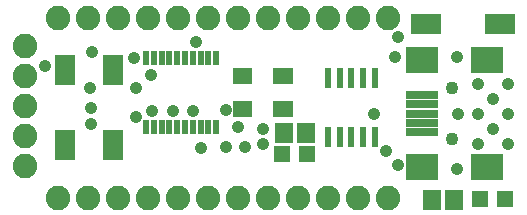
<source format=gbr>
G04 EAGLE Gerber RS-274X export*
G75*
%MOMM*%
%FSLAX34Y34*%
%LPD*%
%INSoldermask Top*%
%IPPOS*%
%AMOC8*
5,1,8,0,0,1.08239X$1,22.5*%
G01*
%ADD10R,1.803200X2.503200*%
%ADD11R,1.403200X1.403200*%
%ADD12R,1.503200X1.703200*%
%ADD13R,2.703200X0.703200*%
%ADD14R,2.703200X2.203200*%
%ADD15C,1.103200*%
%ADD16R,0.603200X1.703197*%
%ADD17C,2.082800*%
%ADD18R,0.838200X1.473200*%
%ADD19R,0.603200X1.203200*%
%ADD20R,2.503200X1.803200*%
%ADD21C,1.061200*%


D10*
X52070Y61210D03*
X52070Y124210D03*
D11*
X424210Y15240D03*
X403210Y15240D03*
D12*
X381510Y14560D03*
X362510Y14560D03*
D13*
X354410Y87630D03*
X354410Y79630D03*
X354410Y103630D03*
X354410Y95630D03*
D14*
X409410Y132630D03*
X409410Y42630D03*
X354410Y132630D03*
X354410Y42630D03*
D13*
X354410Y71630D03*
D15*
X379410Y65630D03*
X379410Y109630D03*
D16*
X314320Y117711D03*
X294000Y117711D03*
X304320Y117711D03*
X284320Y117711D03*
X274320Y117711D03*
X274320Y67709D03*
X284320Y67709D03*
X294000Y67709D03*
X304320Y67709D03*
X314320Y67709D03*
D17*
X17780Y144780D03*
X17780Y119380D03*
X17780Y93980D03*
X17780Y68580D03*
X17780Y43180D03*
D18*
X205994Y119380D03*
X197866Y119380D03*
X205994Y91440D03*
X197866Y91440D03*
D17*
X45720Y168910D03*
X71120Y168910D03*
X96520Y168910D03*
X121920Y168910D03*
X147320Y168910D03*
X172720Y168910D03*
X198120Y168910D03*
X223520Y168910D03*
X248920Y168910D03*
X274320Y168910D03*
X274320Y16510D03*
X248920Y16510D03*
X223520Y16510D03*
X198120Y16510D03*
X172720Y16510D03*
X147320Y16510D03*
X121920Y16510D03*
X96520Y16510D03*
X71120Y16510D03*
X45720Y16510D03*
X299720Y16510D03*
X325120Y16510D03*
X299720Y168910D03*
X325120Y168910D03*
D11*
X235880Y53340D03*
X256880Y53340D03*
D12*
X255880Y71120D03*
X236880Y71120D03*
D18*
X232156Y91440D03*
X240284Y91440D03*
D19*
X179828Y76040D03*
X173224Y76040D03*
X166620Y75980D03*
X160016Y76040D03*
X153412Y76040D03*
X146808Y76040D03*
X140204Y76040D03*
X133600Y76040D03*
X126996Y76040D03*
X120392Y76040D03*
X120392Y134460D03*
X126996Y134460D03*
X133600Y134460D03*
X140204Y134460D03*
X146808Y134460D03*
X153412Y134460D03*
X160016Y134460D03*
X166620Y134520D03*
X173224Y134460D03*
X179828Y134460D03*
D10*
X92710Y124210D03*
X92710Y61210D03*
D18*
X232156Y119380D03*
X240284Y119380D03*
D20*
X357120Y163830D03*
X420120Y163830D03*
D21*
X384490Y87630D03*
X313370Y87630D03*
X73660Y78740D03*
X219809Y62230D03*
X401320Y87630D03*
X383540Y135890D03*
X401320Y113030D03*
X414020Y100330D03*
X426720Y87630D03*
X426720Y113030D03*
X426720Y62230D03*
X414020Y74930D03*
X401320Y62230D03*
X383540Y40640D03*
X160020Y90170D03*
X166596Y58528D03*
X35240Y128270D03*
X333560Y44260D03*
X111760Y109220D03*
X323850Y55880D03*
X111562Y85090D03*
X331470Y135890D03*
X188375Y59464D03*
X219710Y74930D03*
X124460Y120650D03*
X162391Y148364D03*
X125730Y90170D03*
X73660Y92710D03*
X187680Y90450D03*
X143510Y90170D03*
X198120Y76200D03*
X204090Y59610D03*
X110490Y134620D03*
X73302Y108994D03*
X74930Y139700D03*
X334010Y152400D03*
M02*

</source>
